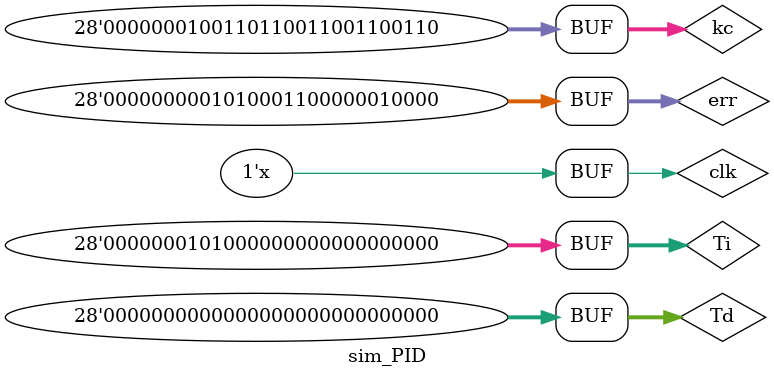
<source format=v>
`timescale 1ps / 1ps

module sim_PID;

//Parameterized values

	// Inputs
	reg clk;
	wire clk_tm;
    reg [27:0] err;
    reg [27:0] kc;
    reg [27:0] Ti;
    reg [27:0] Td;
 
	// Outputs
    wire [27:0] uk;

    modo_pid pid1 (clk,clk_tm,err,kc,Ti,Td,uk);
    
    divisor_f #(100) start_clk (
        .clk(clk),
        .en_clk(1),
        .clk_out(clk_tm)
        ); 
            

    initial begin
		clk = 0;
		err = 333840;
		kc = 1271398;
		Ti = 1310720;
		Td = 0;
	end
	
	always
	begin
		#5 clk = ~clk;
	end
	
	
endmodule

</source>
